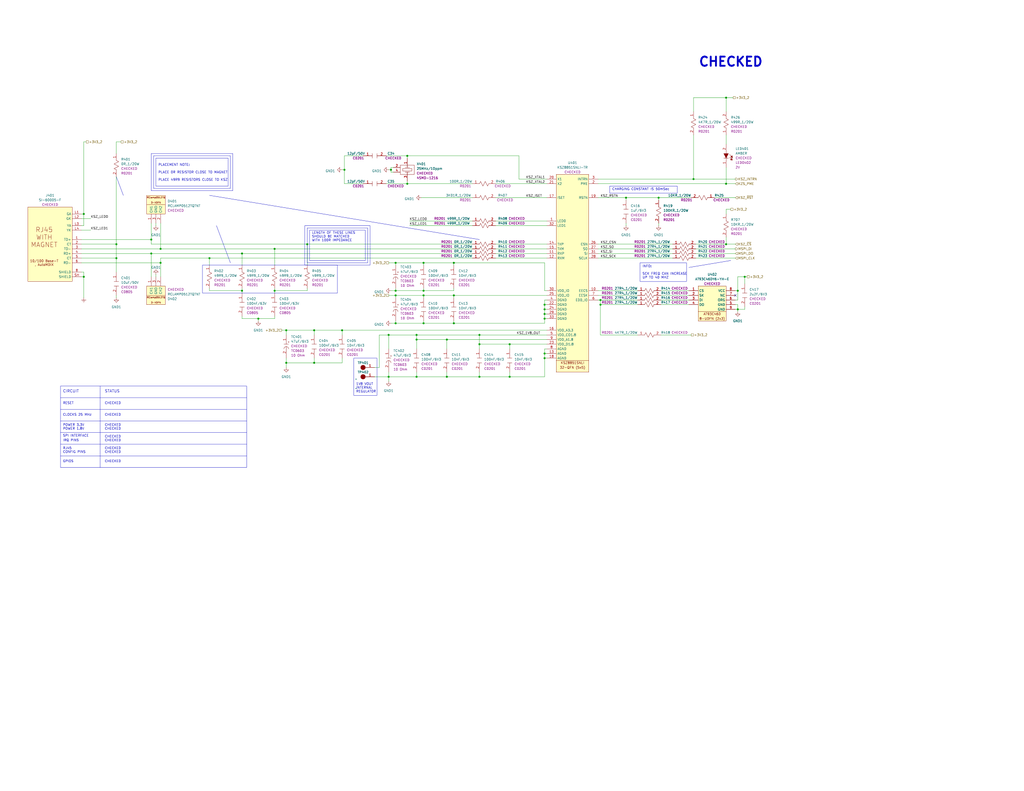
<source format=kicad_sch>
(kicad_sch (version 20230121) (generator eeschema)
  (paper "C")
  (title_block (title "SparkleSplashy") (date "2023-04-25") (rev "01") (company "Siavash Taher Parvar") (comment 1 "Siavash Taher Parvar") (comment 2 "Siavash Taher Parvar") (comment 3 "Siavash Taher Parvar") (comment 4 "_BOM_SpSp_V1.xlsx") (comment 5 "_ASM_SpSp_V1.html") (comment 6 "_GERBER_JLCPCB042023.zip") (comment 8 "No Variant") (comment 9 "N/A"))
  (junction (at 227.33 182.88))
  (junction (at 114.3 140.97))
  (junction (at 140.97 173.99))
  (junction (at 341.63 107.95))
  (junction (at 247.65 143.51))
  (junction (at 149.86 135.89))
  (junction (at 167.64 133.35))
  (junction (at 63.5 133.35))
  (junction (at 227.33 185.42))
  (junction (at 359.41 107.95))
  (junction (at 402.59 158.75))
  (junction (at 63.5 140.97))
  (junction (at 243.84 185.42))
  (junction (at 327.66 163.83))
  (junction (at 215.9 176.53))
  (junction (at 278.13 205.74))
  (junction (at 156.21 180.34))
  (junction (at 261.62 205.74))
  (junction (at 222.25 85.09))
  (junction (at 45.72 151.13))
  (junction (at 406.4 151.13))
  (junction (at 186.69 180.34))
  (junction (at 231.14 176.53))
  (junction (at 378.46 97.79))
  (junction (at 278.13 187.96))
  (junction (at 215.9 158.75))
  (junction (at 231.14 161.29))
  (junction (at 297.18 195.58))
  (junction (at 171.45 198.12))
  (junction (at 132.08 138.43))
  (junction (at 187.96 92.71))
  (junction (at 247.65 176.53))
  (junction (at 156.21 198.12))
  (junction (at 297.18 171.45))
  (junction (at 171.45 180.34))
  (junction (at 297.18 168.91))
  (junction (at 45.72 116.84))
  (junction (at 297.18 173.99))
  (junction (at 297.18 193.04))
  (junction (at 396.24 133.35))
  (junction (at 149.86 158.75))
  (junction (at 212.09 205.74))
  (junction (at 243.84 205.74))
  (junction (at 297.18 166.37))
  (junction (at 261.62 187.96))
  (junction (at 213.36 92.71))
  (junction (at 82.55 138.43))
  (junction (at 215.9 161.29))
  (junction (at 87.63 135.89))
  (junction (at 212.09 182.88))
  (junction (at 215.9 143.51))
  (junction (at 132.08 158.75))
  (junction (at 222.25 100.33))
  (junction (at 231.14 143.51))
  (junction (at 82.55 130.81))
  (junction (at 87.63 143.51))
  (junction (at 261.62 182.88))
  (junction (at 327.66 166.37))
  (junction (at 402.59 168.91))
  (junction (at 396.24 53.34))
  (junction (at 396.24 100.33))
  (junction (at 227.33 205.74))
  (junction (at 231.14 158.75))
  (junction (at 247.65 161.29))
  (no_connect (at 401.32 161.29))
  (wire (pts (xy 401.32 163.83) (xy 402.59 163.83)))
  (wire (pts (xy 132.08 157.48) (xy 132.08 158.75)))
  (wire (pts (xy 171.45 180.34) (xy 156.21 180.34)))
  (wire (pts (xy 49.53 125.73) (xy 44.45 125.73)))
  (polyline (pts (xy 125.73 102.87) (xy 83.82 102.87)))
  (wire (pts (xy 87.63 140.97) (xy 87.63 143.51)))
  (polyline (pts (xy 82.55 83.82) (xy 127 83.82)))
  (wire (pts (xy 247.65 175.26) (xy 247.65 176.53)))
  (wire (pts (xy 401.32 166.37) (xy 402.59 166.37)))
  (wire (pts (xy 297.18 168.91) (xy 298.45 168.91)))
  (wire (pts (xy 87.63 143.51) (xy 87.63 151.13)))
  (wire (pts (xy 297.18 173.99) (xy 297.18 176.53)))
  (wire (pts (xy 375.92 166.37) (xy 360.68 166.37)))
  (wire (pts (xy 229.87 107.95) (xy 257.81 107.95)))
  (wire (pts (xy 215.9 158.75) (xy 215.9 157.48)))
  (wire (pts (xy 213.36 93.98) (xy 214.63 93.98)))
  (wire (pts (xy 379.73 140.97) (xy 401.32 140.97)))
  (wire (pts (xy 401.32 168.91) (xy 402.59 168.91)))
  (polyline (pts (xy 85.09 86.36) (xy 85.09 101.6)))
  (wire (pts (xy 347.98 166.37) (xy 327.66 166.37)))
  (wire (pts (xy 402.59 166.37) (xy 402.59 168.91)))
  (polyline (pts (xy 33.02 223.52) (xy 134.62 223.52)))
  (wire (pts (xy 298.45 187.96) (xy 278.13 187.96)))
  (wire (pts (xy 49.53 119.38) (xy 44.45 119.38)))
  (wire (pts (xy 207.01 200.66) (xy 207.01 182.88)))
  (wire (pts (xy 401.32 138.43) (xy 379.73 138.43)))
  (wire (pts (xy 227.33 203.2) (xy 227.33 205.74)))
  (wire (pts (xy 214.63 91.44) (xy 213.36 91.44)))
  (wire (pts (xy 247.65 143.51) (xy 247.65 144.78)))
  (wire (pts (xy 198.12 100.33) (xy 187.96 100.33)))
  (polyline (pts (xy 125.73 85.09) (xy 125.73 102.87)))
  (wire (pts (xy 212.09 161.29) (xy 215.9 161.29)))
  (wire (pts (xy 261.62 203.2) (xy 261.62 205.74)))
  (wire (pts (xy 396.24 129.54) (xy 396.24 133.35)))
  (wire (pts (xy 212.09 205.74) (xy 212.09 203.2)))
  (wire (pts (xy 187.96 92.71) (xy 187.96 85.09)))
  (wire (pts (xy 215.9 158.75) (xy 231.14 158.75)))
  (wire (pts (xy 82.55 121.92) (xy 82.55 130.81)))
  (wire (pts (xy 278.13 187.96) (xy 261.62 187.96)))
  (wire (pts (xy 401.32 135.89) (xy 379.73 135.89)))
  (wire (pts (xy 231.14 161.29) (xy 215.9 161.29)))
  (wire (pts (xy 297.18 168.91) (xy 297.18 171.45)))
  (polyline (pts (xy 33.02 217.17) (xy 134.62 217.17)))
  (wire (pts (xy 227.33 182.88) (xy 261.62 182.88)))
  (polyline (pts (xy 63.5 96.52) (xy 67.31 106.68)))
  (wire (pts (xy 153.67 180.34) (xy 156.21 180.34)))
  (wire (pts (xy 396.24 114.3) (xy 396.24 116.84)))
  (wire (pts (xy 45.72 77.47) (xy 45.72 116.84)))
  (polyline (pts (xy 375.92 146.05) (xy 398.78 142.24)))
  (wire (pts (xy 231.14 175.26) (xy 231.14 176.53)))
  (wire (pts (xy 402.59 151.13) (xy 402.59 158.75)))
  (wire (pts (xy 402.59 158.75) (xy 401.32 158.75)))
  (wire (pts (xy 167.64 157.48) (xy 167.64 158.75)))
  (polyline (pts (xy 33.02 236.22) (xy 134.62 236.22)))
  (wire (pts (xy 207.01 182.88) (xy 212.09 182.88)))
  (wire (pts (xy 406.4 154.94) (xy 406.4 151.13)))
  (wire (pts (xy 297.18 173.99) (xy 298.45 173.99)))
  (wire (pts (xy 243.84 203.2) (xy 243.84 205.74)))
  (wire (pts (xy 156.21 198.12) (xy 171.45 198.12)))
  (wire (pts (xy 347.98 161.29) (xy 326.39 161.29)))
  (wire (pts (xy 297.18 171.45) (xy 298.45 171.45)))
  (wire (pts (xy 213.36 91.44) (xy 213.36 92.71)))
  (wire (pts (xy 261.62 187.96) (xy 261.62 190.5)))
  (wire (pts (xy 149.86 172.72) (xy 149.86 173.99)))
  (wire (pts (xy 87.63 135.89) (xy 149.86 135.89)))
  (wire (pts (xy 375.92 158.75) (xy 360.68 158.75)))
  (wire (pts (xy 82.55 133.35) (xy 82.55 130.81)))
  (wire (pts (xy 132.08 158.75) (xy 132.08 160.02)))
  (wire (pts (xy 359.41 107.95) (xy 359.41 109.22)))
  (wire (pts (xy 278.13 187.96) (xy 278.13 190.5)))
  (wire (pts (xy 400.05 53.34) (xy 396.24 53.34)))
  (wire (pts (xy 270.51 138.43) (xy 298.45 138.43)))
  (wire (pts (xy 227.33 205.74) (xy 243.84 205.74)))
  (wire (pts (xy 171.45 180.34) (xy 171.45 182.88)))
  (wire (pts (xy 171.45 198.12) (xy 171.45 195.58)))
  (wire (pts (xy 44.45 148.59) (xy 45.72 148.59)))
  (wire (pts (xy 132.08 173.99) (xy 132.08 172.72)))
  (wire (pts (xy 270.51 135.89) (xy 298.45 135.89)))
  (wire (pts (xy 375.92 163.83) (xy 360.68 163.83)))
  (wire (pts (xy 231.14 161.29) (xy 231.14 162.56)))
  (wire (pts (xy 82.55 133.35) (xy 167.64 133.35)))
  (wire (pts (xy 347.98 158.75) (xy 326.39 158.75)))
  (wire (pts (xy 278.13 205.74) (xy 297.18 205.74)))
  (wire (pts (xy 186.69 195.58) (xy 186.69 198.12)))
  (wire (pts (xy 114.3 140.97) (xy 257.81 140.97)))
  (wire (pts (xy 375.92 161.29) (xy 360.68 161.29)))
  (wire (pts (xy 247.65 158.75) (xy 231.14 158.75)))
  (wire (pts (xy 283.21 85.09) (xy 283.21 97.79)))
  (wire (pts (xy 298.45 190.5) (xy 297.18 190.5)))
  (wire (pts (xy 45.72 123.19) (xy 45.72 116.84)))
  (wire (pts (xy 44.45 138.43) (xy 82.55 138.43)))
  (wire (pts (xy 297.18 193.04) (xy 298.45 193.04)))
  (wire (pts (xy 298.45 163.83) (xy 297.18 163.83)))
  (wire (pts (xy 326.39 100.33) (xy 396.24 100.33)))
  (wire (pts (xy 341.63 121.92) (xy 341.63 123.19)))
  (wire (pts (xy 243.84 185.42) (xy 298.45 185.42)))
  (polyline (pts (xy 33.02 229.87) (xy 134.62 229.87)))
  (polyline (pts (xy 124.46 86.36) (xy 124.46 101.6)))
  (wire (pts (xy 247.65 176.53) (xy 231.14 176.53)))
  (wire (pts (xy 326.39 97.79) (xy 378.46 97.79)))
  (wire (pts (xy 401.32 97.79) (xy 378.46 97.79)))
  (wire (pts (xy 149.86 157.48) (xy 149.86 158.75)))
  (polyline (pts (xy 127 83.82) (xy 127 104.14)))
  (wire (pts (xy 45.72 148.59) (xy 45.72 151.13)))
  (wire (pts (xy 212.09 182.88) (xy 227.33 182.88)))
  (wire (pts (xy 297.18 195.58) (xy 297.18 205.74)))
  (wire (pts (xy 227.33 185.42) (xy 243.84 185.42)))
  (wire (pts (xy 243.84 205.74) (xy 261.62 205.74)))
  (polyline (pts (xy 85.09 86.36) (xy 124.46 86.36)))
  (wire (pts (xy 297.18 171.45) (xy 297.18 173.99)))
  (wire (pts (xy 167.64 133.35) (xy 257.81 133.35)))
  (wire (pts (xy 389.89 107.95) (xy 401.32 107.95)))
  (wire (pts (xy 231.14 157.48) (xy 231.14 158.75)))
  (wire (pts (xy 297.18 158.75) (xy 297.18 143.51)))
  (wire (pts (xy 114.3 158.75) (xy 132.08 158.75)))
  (wire (pts (xy 283.21 97.79) (xy 298.45 97.79)))
  (wire (pts (xy 406.4 167.64) (xy 406.4 168.91)))
  (wire (pts (xy 379.73 133.35) (xy 396.24 133.35)))
  (wire (pts (xy 270.51 100.33) (xy 298.45 100.33)))
  (wire (pts (xy 114.3 158.75) (xy 114.3 157.48)))
  (wire (pts (xy 186.69 180.34) (xy 186.69 182.88)))
  (wire (pts (xy 407.67 151.13) (xy 406.4 151.13)))
  (wire (pts (xy 149.86 158.75) (xy 149.86 160.02)))
  (wire (pts (xy 186.69 198.12) (xy 171.45 198.12)))
  (wire (pts (xy 298.45 158.75) (xy 297.18 158.75)))
  (wire (pts (xy 63.5 133.35) (xy 63.5 140.97)))
  (wire (pts (xy 156.21 180.34) (xy 156.21 182.88)))
  (wire (pts (xy 85.09 149.86) (xy 85.09 151.13)))
  (wire (pts (xy 212.09 205.74) (xy 227.33 205.74)))
  (wire (pts (xy 243.84 185.42) (xy 243.84 190.5)))
  (polyline (pts (xy 83.82 85.09) (xy 125.73 85.09)))
  (wire (pts (xy 327.66 166.37) (xy 327.66 163.83)))
  (wire (pts (xy 132.08 138.43) (xy 257.81 138.43)))
  (wire (pts (xy 231.14 143.51) (xy 231.14 144.78)))
  (wire (pts (xy 341.63 107.95) (xy 341.63 109.22)))
  (wire (pts (xy 222.25 100.33) (xy 222.25 99.06)))
  (wire (pts (xy 359.41 107.95) (xy 377.19 107.95)))
  (wire (pts (xy 270.51 133.35) (xy 298.45 133.35)))
  (wire (pts (xy 186.69 180.34) (xy 298.45 180.34)))
  (wire (pts (xy 327.66 182.88) (xy 327.66 166.37)))
  (polyline (pts (xy 33.02 248.92) (xy 134.62 248.92)))
  (wire (pts (xy 63.5 162.56) (xy 63.5 161.29)))
  (wire (pts (xy 297.18 176.53) (xy 247.65 176.53)))
  (wire (pts (xy 270.51 123.19) (xy 298.45 123.19)))
  (wire (pts (xy 297.18 195.58) (xy 298.45 195.58)))
  (wire (pts (xy 223.52 123.19) (xy 257.81 123.19)))
  (wire (pts (xy 402.59 168.91) (xy 406.4 168.91)))
  (wire (pts (xy 297.18 166.37) (xy 298.45 166.37)))
  (wire (pts (xy 114.3 140.97) (xy 114.3 144.78)))
  (wire (pts (xy 156.21 198.12) (xy 156.21 195.58)))
  (wire (pts (xy 297.18 190.5) (xy 297.18 193.04)))
  (wire (pts (xy 44.45 143.51) (xy 87.63 143.51)))
  (wire (pts (xy 297.18 143.51) (xy 247.65 143.51)))
  (wire (pts (xy 223.52 120.65) (xy 257.81 120.65)))
  (wire (pts (xy 149.86 135.89) (xy 257.81 135.89)))
  (wire (pts (xy 261.62 182.88) (xy 261.62 187.96)))
  (wire (pts (xy 213.36 176.53) (xy 215.9 176.53)))
  (wire (pts (xy 270.51 107.95) (xy 298.45 107.95)))
  (wire (pts (xy 378.46 53.34) (xy 396.24 53.34)))
  (polyline (pts (xy 83.82 85.09) (xy 83.82 102.87)))
  (polyline (pts (xy 118.11 123.19) (xy 125.73 143.51)))
  (polyline (pts (xy 124.46 101.6) (xy 85.09 101.6)))
  (wire (pts (xy 247.65 161.29) (xy 298.45 161.29)))
  (wire (pts (xy 396.24 91.44) (xy 396.24 100.33)))
  (wire (pts (xy 257.81 100.33) (xy 222.25 100.33)))
  (wire (pts (xy 261.62 182.88) (xy 298.45 182.88)))
  (wire (pts (xy 227.33 182.88) (xy 227.33 185.42)))
  (wire (pts (xy 341.63 107.95) (xy 359.41 107.95)))
  (wire (pts (xy 82.55 138.43) (xy 132.08 138.43)))
  (polyline (pts (xy 127 104.14) (xy 82.55 104.14)))
  (wire (pts (xy 215.9 175.26) (xy 215.9 176.53)))
  (wire (pts (xy 398.78 114.3) (xy 396.24 114.3)))
  (wire (pts (xy 63.5 83.82) (xy 63.5 77.47)))
  (wire (pts (xy 247.65 143.51) (xy 231.14 143.51)))
  (wire (pts (xy 44.45 133.35) (xy 63.5 133.35)))
  (wire (pts (xy 215.9 143.51) (xy 215.9 144.78)))
  (wire (pts (xy 396.24 73.66) (xy 396.24 78.74)))
  (wire (pts (xy 347.98 182.88) (xy 327.66 182.88)))
  (wire (pts (xy 63.5 140.97) (xy 63.5 148.59)))
  (wire (pts (xy 402.59 163.83) (xy 402.59 158.75)))
  (wire (pts (xy 297.18 163.83) (xy 297.18 166.37)))
  (wire (pts (xy 149.86 158.75) (xy 167.64 158.75)))
  (wire (pts (xy 396.24 133.35) (xy 401.32 133.35)))
  (wire (pts (xy 140.97 173.99) (xy 132.08 173.99)))
  (wire (pts (xy 207.01 200.66) (xy 204.47 200.66)))
  (wire (pts (xy 401.32 100.33) (xy 396.24 100.33)))
  (wire (pts (xy 44.45 151.13) (xy 45.72 151.13)))
  (wire (pts (xy 347.98 163.83) (xy 327.66 163.83)))
  (wire (pts (xy 63.5 96.52) (xy 63.5 133.35)))
  (wire (pts (xy 215.9 161.29) (xy 215.9 162.56)))
  (wire (pts (xy 261.62 205.74) (xy 278.13 205.74)))
  (wire (pts (xy 378.46 53.34) (xy 378.46 60.96)))
  (wire (pts (xy 359.41 123.19) (xy 359.41 121.92)))
  (wire (pts (xy 326.39 107.95) (xy 341.63 107.95)))
  (wire (pts (xy 213.36 92.71) (xy 213.36 93.98)))
  (wire (pts (xy 270.51 140.97) (xy 298.45 140.97)))
  (wire (pts (xy 45.72 77.47) (xy 46.99 77.47)))
  (wire (pts (xy 45.72 116.84) (xy 44.45 116.84)))
  (wire (pts (xy 247.65 157.48) (xy 247.65 158.75)))
  (wire (pts (xy 44.45 130.81) (xy 82.55 130.81)))
  (wire (pts (xy 378.46 73.66) (xy 378.46 97.79)))
  (wire (pts (xy 149.86 135.89) (xy 149.86 144.78)))
  (polyline (pts (xy 82.55 83.82) (xy 82.55 104.14)))
  (wire (pts (xy 45.72 151.13) (xy 45.72 162.56)))
  (wire (pts (xy 227.33 185.42) (xy 227.33 190.5)))
  (wire (pts (xy 204.47 205.74) (xy 212.09 205.74)))
  (wire (pts (xy 210.82 85.09) (xy 222.25 85.09)))
  (wire (pts (xy 278.13 203.2) (xy 278.13 205.74)))
  (wire (pts (xy 212.09 143.51) (xy 215.9 143.51)))
  (wire (pts (xy 222.25 85.09) (xy 222.25 86.36)))
  (wire (pts (xy 231.14 161.29) (xy 247.65 161.29)))
  (wire (pts (xy 63.5 140.97) (xy 44.45 140.97)))
  (wire (pts (xy 187.96 85.09) (xy 198.12 85.09)))
  (wire (pts (xy 140.97 173.99) (xy 149.86 173.99)))
  (wire (pts (xy 396.24 53.34) (xy 396.24 60.96)))
  (wire (pts (xy 327.66 163.83) (xy 326.39 163.83)))
  (wire (pts (xy 212.09 205.74) (xy 212.09 208.28)))
  (wire (pts (xy 297.18 166.37) (xy 297.18 168.91)))
  (wire (pts (xy 326.39 135.89) (xy 367.03 135.89)))
  (polyline (pts (xy 54.61 210.82) (xy 54.61 255.27)))
  (wire (pts (xy 171.45 180.34) (xy 186.69 180.34)))
  (polyline (pts (xy 33.02 242.57) (xy 134.62 242.57)))
  (wire (pts (xy 140.97 173.99) (xy 140.97 175.26)))
  (wire (pts (xy 212.09 92.71) (xy 213.36 92.71)))
  (wire (pts (xy 167.64 133.35) (xy 167.64 144.78)))
  (wire (pts (xy 63.5 77.47) (xy 66.04 77.47)))
  (wire (pts (xy 212.09 182.88) (xy 212.09 190.5)))
  (wire (pts (xy 215.9 176.53) (xy 231.14 176.53)))
  (wire (pts (xy 377.19 182.88) (xy 360.68 182.88)))
  (wire (pts (xy 44.45 135.89) (xy 87.63 135.89)))
  (wire (pts (xy 402.59 151.13) (xy 406.4 151.13)))
  (wire (pts (xy 156.21 198.12) (xy 156.21 200.66)))
  (wire (pts (xy 44.45 123.19) (xy 45.72 123.19)))
  (polyline (pts (xy 114.3 106.68) (xy 261.62 130.81)))
  (wire (pts (xy 402.59 168.91) (xy 402.59 170.18)))
  (wire (pts (xy 132.08 138.43) (xy 132.08 144.78)))
  (wire (pts (xy 297.18 193.04) (xy 297.18 195.58)))
  (wire (pts (xy 298.45 120.65) (xy 270.51 120.65)))
  (wire (pts (xy 326.39 133.35) (xy 367.03 133.35)))
  (wire (pts (xy 222.25 85.09) (xy 283.21 85.09)))
  (wire (pts (xy 326.39 138.43) (xy 367.03 138.43)))
  (wire (pts (xy 82.55 151.13) (xy 82.55 138.43)))
  (wire (pts (xy 213.36 158.75) (xy 215.9 158.75)))
  (wire (pts (xy 87.63 140.97) (xy 114.3 140.97)))
  (wire (pts (xy 87.63 121.92) (xy 87.63 135.89)))
  (wire (pts (xy 210.82 100.33) (xy 222.25 100.33)))
  (wire (pts (xy 247.65 161.29) (xy 247.65 162.56)))
  (wire (pts (xy 186.69 92.71) (xy 187.96 92.71)))
  (wire (pts (xy 85.09 123.19) (xy 85.09 121.92)))
  (wire (pts (xy 326.39 140.97) (xy 367.03 140.97)))
  (wire (pts (xy 187.96 100.33) (xy 187.96 92.71)))
  (wire (pts (xy 231.14 143.51) (xy 215.9 143.51)))
  (rectangle (start 33.02 210.82) (end 134.62 255.27))
  (rectangle (start 110.49 144.78) (end 184.15 160.02))
  (rectangle (start 168.91 125.73) (end 199.39 142.24))
  (rectangle (start 193.04 195.58) (end 205.74 215.9))
  (rectangle (start 332.74 101.6) (end 369.57 105.41))
  (rectangle (start 166.37 123.19) (end 201.93 144.78))
  (rectangle (start 349.25 143.51) (end 374.65 153.67))
  (rectangle (start 167.64 124.46) (end 200.66 143.51))
  (text "LENGTH OF THESE LINES\nSHOULD BE MATCHED\nWITH 100R IMPEDANCE" (at 170.18 132.08 0) (effects (font (size 1.27 1.27)) (justify left bottom)))
  (text "IRQ PINS" (at 34.29 241.3 0) (effects (font (size 1.27 1.27)) (justify left bottom)))
  (text "CHARGING CONSTANT IS 50mSec" (at 334.01 104.14 0) (effects (font (size 1.27 1.27)) (justify left bottom)))
  (text "CHECKED\nCHECKED" (at 57.15 247.65 0) (effects (font (size 1.27 1.27)) (justify left bottom)))
  (text "CHECKED" (at 57.15 252.73 0) (effects (font (size 1.27 1.27)) (justify left bottom)))
  (text "INFO:\n\nSCK FREQ CAN INCREASE\nUP TO 40 MHZ" (at 350.52 152.4 0) (effects (font (size 1.27 1.27)) (justify left bottom)))
  (text "PLACEMENT NOTE:\n\nPLACE 0R RESISTOR CLOSE TO MAGNET\n\nPLACE 49R9 RESISTORS CLOSE TO KSZ" (at 86.36 99.06 0) (effects (font (size 1.27 1.27)) (justify left bottom)))
  (text "CHECKED" (at 381 36.83 0) (effects (font (size 5 5) bold) (justify left bottom)))
  (text "CHECKED" (at 57.15 227.33 0) (effects (font (size 1.27 1.27)) (justify left bottom)))
  (text "CHECKED\nCHECKED" (at 57.15 241.3 0) (effects (font (size 1.27 1.27)) (justify left bottom)))
  (text "CHECKED\nCHECKED" (at 57.15 234.95 0) (effects (font (size 1.27 1.27)) (justify left bottom)))
  (text "POWER 3.3V\nPOWER 1.8V" (at 34.29 234.95 0) (effects (font (size 1.27 1.27)) (justify left bottom)))
  (text "SPI INTERFACE" (at 34.29 238.76 0) (effects (font (size 1.27 1.27)) (justify left bottom)))
  (text "CHECKED" (at 57.15 220.98 0) (effects (font (size 1.27 1.27)) (justify left bottom)))
  (text "STATUS" (at 57.15 214.63 0) (effects (font (size 1.5 1.5)) (justify left bottom)))
  (text "CLOCKS 25 MHz" (at 34.29 227.33 0) (effects (font (size 1.27 1.27)) (justify left bottom)))
  (text "RESET" (at 34.29 220.98 0) (effects (font (size 1.27 1.27)) (justify left bottom)))
  (text "GPIOS" (at 34.29 252.73 0) (effects (font (size 1.27 1.27)) (justify left bottom)))
  (text "1V8 VOUT\nINTERNAL\nREGULATOR" (at 194.31 214.63 0) (effects (font (size 1.27 1.27)) (justify left bottom)))
  (text "RJ45 \nCONFIG PINS" (at 34.29 247.65 0) (effects (font (size 1.27 1.27)) (justify left bottom)))
  (text "CIRCUIT" (at 34.29 214.63 0) (effects (font (size 1.5 1.5)) (justify left bottom)))
  (label "KSZ_LED1" (at 49.53 125.73 0))
  (label "KSZ_RSTN" (at 327.66 107.95 0))
  (label "KSZ_XTAL2" (at 287.02 100.33 0))
  (label "KSZ_XTAL1" (at 287.02 97.79 0))
  (label "KSZ_SO" (at 327.66 135.89 0))
  (label "KSZ_CSN" (at 327.66 133.35 0))
  (label "KSZ_LED0" (at 49.53 119.38 0))
  (label "KSZ_SI" (at 327.66 138.43 0))
  (label "KSZ_LED1" (at 223.52 123.19 0))
  (label "KSZ_SCK" (at 327.66 140.97 0))
  (label "KSZ_1V8_OUT" (at 281.94 182.88 0))
  (label "KSZ_LED0" (at 223.52 120.65 0))
  (label "KSZ_ISET" (at 287.02 107.95 0))
  (hierarchical_label "MSPI_DO" (shape input) (at 401.32 138.43 0))
  (hierarchical_label "+3V3_2" (shape passive) (at 46.99 77.47 0))
  (hierarchical_label "KSZ_INTRN" (shape output) (at 401.32 97.79 0))
  (hierarchical_label "KSZ_~{CS}" (shape input) (at 401.32 133.35 0))
  (hierarchical_label "KZS_PME" (shape input) (at 401.32 100.33 0))
  (hierarchical_label "+3V3_2" (shape passive) (at 407.67 151.13 0))
  (hierarchical_label "KSZ_~{RST}" (shape input) (at 401.32 107.95 0))
  (hierarchical_label "+3V3_2" (shape passive) (at 398.78 114.3 0))
  (hierarchical_label "+3V3_2" (shape passive) (at 400.05 53.34 0))
  (hierarchical_label "+3V3_2" (shape passive) (at 66.04 77.47 0))
  (hierarchical_label "MSPI_DI" (shape output) (at 401.32 135.89 0))
  (hierarchical_label "+3V3_2" (shape passive) (at 377.19 182.88 0))
  (hierarchical_label "+3V3_2" (shape passive) (at 212.09 161.29 180))
  (hierarchical_label "+3V3_2" (shape passive) (at 212.09 143.51 180))
  (hierarchical_label "+3V3_2" (shape passive) (at 153.67 180.34 180))
  (hierarchical_label "MSPI_CLK" (shape input) (at 401.32 140.97 0))
  (symbol (lib_id "_SCHLIB_SparkleSplashy:FLASH_AT93C46DY6-YH-E") (at 381 156.21 0) (unit 1)
    (property "Reference" "U402" (at 388.62 149.86 0))
    (property "Value" "AT93C46DY6-YH-E" (at 388.62 152.4 0))
    (property "Footprint" "Package_DFN_QFN:DFN-8-1EP_3x2mm_P0.5mm_EP1.3x1.5mm" (effects hide))
    (property "Datasheet" "https://ww1.microchip.com/downloads/aemDocuments/documents/MPD/ProductDocuments/DataSheets/20006224B.pdf" (effects hide))
    (property "Description" "EEPROM Memory IC 1Kbit 3-Wire Serial 2 MHz 8-UDFN (2x3)" (effects hide))
    (property "Part Number" "AT93C46DY6-YH-E" (effects hide))
    (property "Link" "https://www.digikey.ca/en/products/detail/microchip-technology/AT93C46DY6-YH-E/8575735" (effects hide))
    (property "SCH CHECK" "CHECKED" (at 388.62 154.94 0))
  )
  (symbol (lib_id "_SCHLIB_SparkleSplashy:RES_10KR_1/20W") (at 396.24 116.84 270) (unit 1)
    (property "Reference" "R707" (at 398.78 120.015 90) (effects (justify left)))
    (property "Value" "10KR_1/20W" (at 398.78 122.555 90) (effects (justify left)))
    (property "Footprint" "Resistor_SMD:R_0201_0603Metric" (effects hide))
    (property "Datasheet" "https://www.seielect.com/Catalog/SEI-RMCF_RMCP.pdf" (effects hide))
    (property "Description" "10 kOhms ±1% 0.05W, 1/20W Chip Resistor 0201 (0603 Metric) Thick Film" (effects hide))
    (property "Part Number" "RMCF0201FT10K0" (effects hide))
    (property "Link" "https://www.digikey.ca/en/products/detail/stackpole-electronics-inc/RMCF0201FT10K0/1714990" (effects hide))
    (property "SCH CHECK" "CHECKED" (at 398.78 125.095 90) (effects (justify left)))
    (property "Package" "R0201" (at 398.78 127.635 90) (effects (justify left)))
    (instances (project "_HW_SparkleSplashy" (path "" (reference "R707") (unit 1)) (path "" (reference "R427") (unit 1))))
  )
  (symbol (lib_id "power:GND1") (at 402.59 170.18 0) (unit 1)
    (property "Reference" "#PWR0414" (effects hide))
    (property "Value" "GND1" (at 402.59 175.26 0))
  )
  (symbol (lib_id "_SCHLIB_SparkleSplashy:CAP_10nF/6V3") (at 247.65 162.56 270) (unit 1)
    (property "Reference" "C413" (at 250.19 165.735 90) (effects (justify left)))
    (property "Value" "10nF/6V3" (at 250.19 168.275 90) (effects (justify left)))
    (property "Footprint" "Capacitor_SMD:C_0201_0603Metric" (effects hide))
    (property "Datasheet" "http://www.passivecomponent.com/wp-content/uploads/datasheet/WTC_MLCC_General_Purpose.pdf" (effects hide))
    (property "Description" "10000 pF ±10% 6.3V Ceramic Capacitor X7R 0201 (0603 Metric)" (effects hide))
    (property "Part Number" "0201B103K6R3CT" (effects hide))
    (property "Link" "https://www.digikey.ca/en/products/detail/walsin-technology-corporation/0201B103K6R3CT/9354618" (effects hide))
    (property "SCH CHECK" "CHECKED" (at 250.19 170.815 90) (effects (justify left)))
    (property "Package" "C0201" (at 250.19 173.355 90) (effects (justify left)))
  )
  (symbol (lib_id "_SCHLIB_SparkleSplashy:RES_27R4_1/20W") (at 367.03 138.43 0) (unit 1)
    (property "Reference" "R422" (at 383.54 137.16 0))
    (property "Value" "27R4_1/20W" (at 359.41 137.16 0))
    (property "Footprint" "Resistor_SMD:R_0201_0603Metric" (effects hide))
    (property "Datasheet" "https://www.yageo.com/upload/media/product/productsearch/datasheet/rchip/PYu-RC_Group_51_RoHS_L_12.pdf" (effects hide))
    (property "Description" "27.4 Ohms ±1% 0.05W, 1/20W Chip Resistor 0201 (0603 Metric) Moisture Resistant Thick Film" (effects hide))
    (property "Part Number" "RC0201FR-0727R4L" (effects hide))
    (property "Link" "https://www.digikey.ca/en/products/detail/yageo/RC0201FR-0727R4L/5280413" (effects hide))
    (property "SCH CHECK" "CHECKED" (at 391.16 137.16 0))
    (property "Package" "R0201" (at 349.25 137.16 0))
  )
  (symbol (lib_id "_SCHLIB_SparkleSplashy:TCAP_47uF/6V3") (at 212.09 190.5 270) (unit 1)
    (property "Reference" "TC402" (at 214.63 191.5199 90) (effects (justify left)))
    (property "Value" "47uF/6V3" (at 214.63 194.0599 90) (effects (justify left)))
    (property "Footprint" "Capacitor_Tantalum_SMD:CP_EIA-1608-08_AVX-J" (effects hide))
    (property "Datasheet" "https://datasheets.kyocera-avx.com/F98.pdf" (effects hide))
    (property "Description" "47 µF Molded Tantalum Capacitors 6.3 V 0603 (1608 Metric) 10Ohm" (effects hide))
    (property "Part Number" "F980J476MMA" (effects hide))
    (property "Link" "https://www.digikey.ca/en/products/detail/kyocera-avx/F980J476MMA/4005209" (effects hide))
    (property "SCH CHECK" "CHECKED" (at 214.63 196.5999 90) (effects (justify left)))
    (property "Package" "TC0603" (at 214.63 199.1399 90) (effects (justify left)))
    (property "ESR" "10 Ohm" (at 214.63 201.6799 90) (effects (justify left)))
  )
  (symbol (lib_id "_SCHLIB_SparkleSplashy:RES_27R4_1/20W") (at 347.98 166.37 0) (unit 1)
    (property "Reference" "R417" (at 363.22 165.1 0))
    (property "Value" "27R4_1/20W" (at 341.63 165.1 0))
    (property "Footprint" "Resistor_SMD:R_0201_0603Metric" (effects hide))
    (property "Datasheet" "https://www.yageo.com/upload/media/product/productsearch/datasheet/rchip/PYu-RC_Group_51_RoHS_L_12.pdf" (effects hide))
    (property "Description" "27.4 Ohms ±1% 0.05W, 1/20W Chip Resistor 0201 (0603 Metric) Moisture Resistant Thick Film" (effects hide))
    (property "Part Number" "RC0201FR-0727R4L" (effects hide))
    (property "Link" "https://www.digikey.ca/en/products/detail/yageo/RC0201FR-0727R4L/5280413" (effects hide))
    (property "SCH CHECK" "CHECKED" (at 370.84 165.1 0))
    (property "Package" "R0201" (at 331.47 165.1 0))
  )
  (symbol (lib_id "_SCHLIB_SparkleSplashy:CAP_100nF/63V") (at 149.86 160.02 270) (unit 1)
    (property "Reference" "C403" (at 152.4 163.195 90) (effects (justify left)))
    (property "Value" "100nF/63V" (at 152.4 165.735 90) (effects (justify left)))
    (property "Footprint" "Capacitor_SMD:C_0805_2012Metric" (effects hide))
    (property "Datasheet" "https://connect.kemet.com:7667/gateway/IntelliData-ComponentDocumentation/1.0/download/datasheet/C0805C104MMREC7210" (effects hide))
    (property "Description" "0.1 µF ±20% 63V Ceramic Capacitor X7R 0805 (2012 Metric)" (effects hide))
    (property "Part Number" "C0805C104MMREC7210" (effects hide))
    (property "Link" "https://www.digikey.ca/en/products/detail/kemet/C0805C104MMREC7210/8645408" (effects hide))
    (property "SCH CHECK" "CHECKED" (at 152.4 168.275 90) (effects (justify left)))
    (property "Package" "C0805" (at 152.4 170.815 90) (effects (justify left)))
  )
  (symbol (lib_id "power:GND1") (at 186.69 92.71 270) (unit 1)
    (property "Reference" "#PWR0406" (effects hide))
    (property "Value" "GND1" (at 182.88 93.345 90) (effects (justify right)))
  )
  (symbol (lib_id "_SCHLIB_SparkleSplashy:RES_10KR_1/20W") (at 389.89 107.95 180) (unit 1)
    (property "Reference" "R425" (at 392.43 106.68 0))
    (property "Value" "10KR_1/20W" (at 370.84 106.68 0))
    (property "Footprint" "Resistor_SMD:R_0201_0603Metric" (effects hide))
    (property "Datasheet" "https://www.seielect.com/Catalog/SEI-RMCF_RMCP.pdf" (effects hide))
    (property "Description" "10 kOhms ±1% 0.05W, 1/20W Chip Resistor 0201 (0603 Metric) Thick Film" (effects hide))
    (property "Part Number" "RMCF0201FT10K0" (effects hide))
    (property "Link" "https://www.digikey.ca/en/products/detail/stackpole-electronics-inc/RMCF0201FT10K0/1714990" (effects hide))
    (property "SCH CHECK" "CHECKED" (at 393.7 109.22 0))
    (property "Package" "R0201" (at 374.65 109.22 0))
  )
  (symbol (lib_id "_SCHLIB_SparkleSplashy:CAP_100nF/6V3") (at 231.14 144.78 270) (unit 1)
    (property "Reference" "C409" (at 233.68 147.955 90) (effects (justify left)))
    (property "Value" "100nF/6V3" (at 233.68 150.495 90) (effects (justify left)))
    (property "Footprint" "Capacitor_SMD:C_0201_0603Metric" (effects hide))
    (property "Datasheet" "https://www.yageo.com/upload/media/product/productsearch/datasheet/mlcc/UPY-GPHC_X7R_6.3V-to-250V_22.pdf" (effects hide))
    (property "Description" "0.1 µF ±10% 6.3V Ceramic Capacitor X7R 0201 (0603 Metric)" (effects hide))
    (property "Part Number" "CC0201KRX7R5BB104" (effects hide))
    (property "Link" "https://www.digikey.ca/en/products/detail/yageo/CC0201KRX7R5BB104/12698853" (effects hide))
    (property "SCH CHECK" "CHECKED" (at 233.68 153.035 90) (effects (justify left)))
    (property "Package" "C0201" (at 233.68 155.575 90) (effects (justify left)))
  )
  (symbol (lib_id "_SCHLIB_SparkleSplashy:IC_KSZ8851SNLI-TR") (at 303.53 95.25 0) (unit 1)
    (property "Reference" "U401" (at 312.42 88.9 0))
    (property "Value" "KSZ8851SNLI-TR" (at 312.42 91.44 0))
    (property "Footprint" "Package_DFN_QFN:QFN-32-1EP_5x5mm_P0.5mm_EP3.1x3.1mm_ThermalVias" (effects hide))
    (property "Datasheet" "https://ww1.microchip.com/downloads/en/DeviceDoc/KSZ8851SNL-Single-Port-Ethernet-Controller-with-SPI-DS00002381C.pdf" (effects hide))
    (property "Description" "Ethernet Controller 10/100 Base-T/TX PHY SPI Interface 32-QFN (5x5)" (effects hide))
    (property "Part Number" "KSZ8851SNLI-TR" (effects hide))
    (property "Link" "https://www.digikey.ca/en/products/detail/microchip-technology/KSZ8851SNLI-TR/2080489" (effects hide))
    (property "SCH CHECK" "CHECKED" (at 312.42 93.98 0))
  )
  (symbol (lib_id "power:GND1") (at 212.09 92.71 270) (unit 1)
    (property "Reference" "#PWR0407" (effects hide))
    (property "Value" "GND1" (at 208.28 93.345 90) (effects (justify right)))
  )
  (symbol (lib_id "_SCHLIB_SparkleSplashy:RES_49R9_1/20W") (at 132.08 144.78 270) (unit 1)
    (property "Reference" "R403" (at 134.62 147.955 90) (effects (justify left)))
    (property "Value" "49R9_1/20W" (at 134.62 150.495 90) (effects (justify left)))
    (property "Footprint" "Resistor_SMD:R_0201_0603Metric" (effects hide))
    (property "Datasheet" "https://www.seielect.com/Catalog/SEI-RMCF_RMCP.pdf" (effects hide))
    (property "Description" "49.9 Ohms ±1% 0.05W, 1/20W Chip Resistor 0201 (0603 Metric) Thick Film" (effects hide))
    (property "Part Number" "RMCF0201FT49R9" (effects hide))
    (property "Link" "https://www.digikey.ca/en/products/detail/stackpole-electronics-inc/RMCF0201FT49R9/1715030" (effects hide))
    (property "SCH CHECK" "CHECKED" (at 134.62 153.035 90) (effects (justify left)))
    (property "Package" "R0201" (at 134.62 155.575 90) (effects (justify left)))
  )
  (symbol (lib_id "_SCHLIB_SparkleSplashy:CONN_CTP_40MIL") (at 204.47 205.74 180) (unit 1) (in_bom no)
    (property "Reference" "TP402" (at 198.12 203.2 0))
    (property "Value" "~" (at 194.31 212.09 0))
    (property "Footprint" "TestPoint:TestPoint_Pad_D1.0mm" (effects hide))
  )
  (symbol (lib_id "_SCHLIB_SparkleSplashy:RES_27R4_1/20W") (at 367.03 135.89 0) (unit 1)
    (property "Reference" "R421" (at 383.54 134.62 0))
    (property "Value" "27R4_1/20W" (at 359.41 134.62 0))
    (property "Footprint" "Resistor_SMD:R_0201_0603Metric" (effects hide))
    (property "Datasheet" "https://www.yageo.com/upload/media/product/productsearch/datasheet/rchip/PYu-RC_Group_51_RoHS_L_12.pdf" (effects hide))
    (property "Description" "27.4 Ohms ±1% 0.05W, 1/20W Chip Resistor 0201 (0603 Metric) Moisture Resistant Thick Film" (effects hide))
    (property "Part Number" "RC0201FR-0727R4L" (effects hide))
    (property "Link" "https://www.digikey.ca/en/products/detail/yageo/RC0201FR-0727R4L/5280413" (effects hide))
    (property "SCH CHECK" "CHECKED" (at 391.16 134.62 0))
    (property "Package" "R0201" (at 349.25 134.62 0))
  )
  (symbol (lib_id "_SCHLIB_SparkleSplashy:RES_49R9_1/20W") (at 167.64 144.78 270) (unit 1)
    (property "Reference" "R405" (at 170.18 147.955 90) (effects (justify left)))
    (property "Value" "49R9_1/20W" (at 170.18 150.495 90) (effects (justify left)))
    (property "Footprint" "Resistor_SMD:R_0201_0603Metric" (effects hide))
    (property "Datasheet" "https://www.seielect.com/Catalog/SEI-RMCF_RMCP.pdf" (effects hide))
    (property "Description" "49.9 Ohms ±1% 0.05W, 1/20W Chip Resistor 0201 (0603 Metric) Thick Film" (effects hide))
    (property "Part Number" "RMCF0201FT49R9" (effects hide))
    (property "Link" "https://www.digikey.ca/en/products/detail/stackpole-electronics-inc/RMCF0201FT49R9/1715030" (effects hide))
    (property "SCH CHECK" "CHECKED" (at 170.18 153.035 90) (effects (justify left)))
    (property "Package" "R0201" (at 170.18 155.575 90) (effects (justify left)))
  )
  (symbol (lib_id "_SCHLIB_SparkleSplashy:RES_0R_1/20W") (at 63.5 83.82 270) (unit 1)
    (property "Reference" "R401" (at 66.04 86.995 90) (effects (justify left)))
    (property "Value" "0R_1/20W" (at 66.04 89.535 90) (effects (justify left)))
    (property "Footprint" "Resistor_SMD:R_0201_0603Metric" (effects hide))
    (property "Datasheet" "https://www.seielect.com/Catalog/SEI-RMCF_RMCP.pdf" (effects hide))
    (property "Description" "0 Ohms Jumper Chip Resistor 0201 (0603 Metric) Thick Film" (effects hide))
    (property "Part Number" "RMCF0201ZT0R00" (effects hide))
    (property "Link" "https://www.digikey.ca/en/products/detail/stackpole-electronics-inc/RMCF0201ZT0R00/1756897" (effects hide))
    (property "SCH CHECK" "CHECKED" (at 66.04 92.075 90) (effects (justify left)))
    (property "Package" "R0201" (at 66.04 94.615 90) (effects (justify left)))
  )
  (symbol (lib_id "_SCHLIB_SparkleSplashy:TCAP_47uF/6V3") (at 215.9 162.56 270) (unit 1)
    (property "Reference" "TC404" (at 218.44 163.5799 90) (effects (justify left)))
    (property "Value" "47uF/6V3" (at 218.44 166.1199 90) (effects (justify left)))
    (property "Footprint" "Capacitor_Tantalum_SMD:CP_EIA-1608-08_AVX-J" (effects hide))
    (property "Datasheet" "https://datasheets.kyocera-avx.com/F98.pdf" (effects hide))
    (property "Description" "47 µF Molded Tantalum Capacitors 6.3 V 0603 (1608 Metric) 10Ohm" (effects hide))
    (property "Part Number" "F980J476MMA" (effects hide))
    (property "Link" "https://www.digikey.ca/en/products/detail/kyocera-avx/F980J476MMA/4005209" (effects hide))
    (property "SCH CHECK" "CHECKED" (at 218.44 168.6599 90) (effects (justify left)))
    (property "Package" "TC0603" (at 218.44 171.1999 90) (effects (justify left)))
    (property "ESR" "10 Ohm" (at 218.44 173.7399 90) (effects (justify left)))
  )
  (symbol (lib_id "_SCHLIB_SparkleSplashy:CAP_10uF/50V") (at 63.5 148.59 270) (unit 1)
    (property "Reference" "C401" (at 66.04 151.765 90) (effects (justify left)))
    (property "Value" "10uF/50V" (at 66.04 154.305 90) (effects (justify left)))
    (property "Footprint" "Capacitor_SMD:C_0805_2012Metric" (effects hide))
    (property "Datasheet" "https://search.murata.co.jp/Ceramy/image/img/A01X/G101/ENG/GRM21BR61H106KE43-01A.pdf" (effects hide))
    (property "Description" "10 µF ±10% 50V Ceramic Capacitor X5R 0805 (2012 Metric)" (effects hide))
    (property "Part Number" "GRM21BR61H106KE43L" (effects hide))
    (property "Link" "https://www.digikey.ca/en/products/detail/murata-electronics/GRM21BR61H106KE43L/10326316" (effects hide))
    (property "SCH CHECK" "CHECKED" (at 66.04 156.845 90) (effects (justify left)))
    (property "Package" "C0805" (at 66.04 159.385 90) (effects (justify left)))
  )
  (symbol (lib_id "_SCHLIB_SparkleSplashy:RES_4K7R_1/20W") (at 347.98 182.88 0) (unit 1)
    (property "Reference" "R418" (at 363.22 181.61 0))
    (property "Value" "4K7R_1/20W" (at 341.63 181.61 0))
    (property "Footprint" "Resistor_SMD:R_0201_0603Metric" (effects hide))
    (property "Datasheet" "https://www.seielect.com/Catalog/SEI-RMCF_RMCP.pdf" (effects hide))
    (property "Description" "4.7 kOhms ±1% 0.05W, 1/20W Chip Resistor 0201 (0603 Metric) Thick Film" (effects hide))
    (property "Part Number" "RMCF0201FT4K70" (effects hide))
    (property "Link" "https://www.digikey.ca/en/products/detail/stackpole-electronics-inc/RMCF0201FT4K70/1715026" (effects hide))
    (property "SCH CHECK" "CHECKED" (at 370.84 181.61 0))
    (property "Package" "R0201" (at 331.47 181.61 0))
  )
  (symbol (lib_id "_SCHLIB_SparkleSplashy:TCAP_47uF/6V3") (at 156.21 182.88 270) (unit 1)
    (property "Reference" "TC401" (at 158.75 183.8999 90) (effects (justify left)))
    (property "Value" "47uF/6V3" (at 158.75 186.4399 90) (effects (justify left)))
    (property "Footprint" "Capacitor_Tantalum_SMD:CP_EIA-1608-08_AVX-J" (effects hide))
    (property "Datasheet" "https://datasheets.kyocera-avx.com/F98.pdf" (effects hide))
    (property "Description" "47 µF Molded Tantalum Capacitors 6.3 V 0603 (1608 Metric) 10Ohm" (effects hide))
    (property "Part Number" "F980J476MMA" (effects hide))
    (property "Link" "https://www.digikey.ca/en/products/detail/kyocera-avx/F980J476MMA/4005209" (effects hide))
    (property "SCH CHECK" "CHECKED" (at 158.75 188.9799 90) (effects (justify left)))
    (property "Package" "TC0603" (at 158.75 191.5199 90) (effects (justify left)))
    (property "ESR" "10 Ohm" (at 158.75 194.0599 90) (effects (justify left)))
  )
  (symbol (lib_id "_SCHLIB_SparkleSplashy:LED_AMBER_0402") (at 396.24 78.74 270) (unit 1)
    (property "Reference" "LED401" (at 401.32 81.2165 90) (effects (justify left)))
    (property "Value" "AMBER" (at 401.32 83.7565 90) (effects (justify left)))
    (property "Footprint" "LED_SMD:LED_0402_1005Metric" (effects hide))
    (property "Datasheet" "https://media.digikey.com/pdf/Data%20Sheets/Harvatek%20PDFs/B2841UY--20D000414U1930.pdf" (effects hide))
    (property "Description" "Amber LED Indication - Discrete 2V 0402 (1005 Metric)" (effects hide))
    (property "Part Number" "B2841UY--20D000414U1930" (effects hide))
    (property "Link" "https://www.digikey.ca/en/products/detail/harvatek-corporation/B2841UY-20D000414U1930/16729525" (effects hide))
    (property "SCH CHECK" "CHECKED" (at 401.32 86.2965 90) (effects (justify left)))
    (property "Package" "LED0402" (at 401.32 88.8365 90) (effects (justify left)))
    (property "VOLTAGE RATED" "2V" (at 401.32 91.3765 90) (effects (justify left)))
  )
  (symbol (lib_id "_SCHLIB_SparkleSplashy:RES_3K01R_1/20W") (at 257.81 107.95 0) (unit 1)
    (property "Reference" "R407" (at 274.32 106.68 0))
    (property "Value" "3K01R_1/20W" (at 250.19 106.68 0))
    (property "Footprint" "Resistor_SMD:R_0201_0603Metric" (effects hide))
    (property "Datasheet" "https://www.yageo.com/upload/media/product/productsearch/datasheet/rchip/PYu-RC_Group_51_RoHS_L_12.pdf" (effects hide))
    (property "Description" "3.01 kOhms ±1% 0.05W, 1/20W Chip Resistor 0201 (0603 Metric) Moisture Resistant Thick Film" (effects hide))
    (property "Part Number" "RC0201FR-073K01L" (effects hide))
    (property "Link" "https://www.digikey.ca/en/products/detail/yageo/RC0201FR-073K01L/3202405" (effects hide))
    (property "SCH CHECK" "CHECKED" (at 275.59 109.22 0))
    (property "Package" "R0201" (at 254 109.22 0))
  )
  (symbol (lib_id "_SCHLIB_SparkleSplashy:CAP_10nF/6V3") (at 243.84 190.5 270) (unit 1)
    (property "Reference" "C411" (at 246.38 193.675 90) (effects (justify left)))
    (property "Value" "10nF/6V3" (at 246.38 196.215 90) (effects (justify left)))
    (property "Footprint" "Capacitor_SMD:C_0201_0603Metric" (effects hide))
    (property "Datasheet" "http://www.passivecomponent.com/wp-content/uploads/datasheet/WTC_MLCC_General_Purpose.pdf" (effects hide))
    (property "Description" "10000 pF ±10% 6.3V Ceramic Capacitor X7R 0201 (0603 Metric)" (effects hide))
    (property "Part Number" "0201B103K6R3CT" (effects hide))
    (property "Link" "https://www.digikey.ca/en/products/detail/walsin-technology-corporation/0201B103K6R3CT/9354618" (effects hide))
    (property "SCH CHECK" "CHECKED" (at 246.38 198.755 90) (effects (justify left)))
    (property "Package" "C0201" (at 246.38 201.295 90) (effects (justify left)))
  )
  (symbol (lib_id "_SCHLIB_SparkleSplashy:RES_100R_1/20W") (at 257.81 100.33 0) (unit 1)
    (property "Reference" "R406" (at 273.05 99.06 0))
    (property "Value" "100R_1/20W" (at 251.46 99.06 0))
    (property "Footprint" "Resistor_SMD:R_0201_0603Metric" (effects hide))
    (property "Datasheet" "https://www.seielect.com/Catalog/SEI-RMCF_RMCP.pdf" (effects hide))
    (property "Description" "100 Ohms ±1% 0.05W, 1/20W Chip Resistor 0201 (0603 Metric) Thick Film" (effects hide))
    (property "Part Number" "RMCF0201FT100R" (effects hide))
    (property "Link" "https://www.digikey.ca/en/products/detail/stackpole-electronics-inc/RMCF0201FT100R/1714988" (effects hide))
    (property "SCH CHECK" "CHECKED" (at 274.32 101.6 0))
    (property "Package" "R0201" (at 254 101.6 0))
  )
  (symbol (lib_id "_SCHLIB_SparkleSplashy:CAP_100nF/63V") (at 132.08 160.02 270) (unit 1)
    (property "Reference" "C402" (at 134.62 163.195 90) (effects (justify left)))
    (property "Value" "100nF/63V" (at 134.62 165.735 90) (effects (justify left)))
    (property "Footprint" "Capacitor_SMD:C_0805_2012Metric" (effects hide))
    (property "Datasheet" "https://connect.kemet.com:7667/gateway/IntelliData-ComponentDocumentation/1.0/download/datasheet/C0805C104MMREC7210" (effects hide))
    (property "Description" "0.1 µF ±20% 63V Ceramic Capacitor X7R 0805 (2012 Metric)" (effects hide))
    (property "Part Number" "C0805C104MMREC7210" (effects hide))
    (property "Link" "https://www.digikey.ca/en/products/detail/kemet/C0805C104MMREC7210/8645408" (effects hide))
    (property "SCH CHECK" "CHECKED" (at 134.62 168.275 90) (effects (justify left)))
    (property "Package" "C0805" (at 134.62 170.815 90) (effects (justify left)))
  )
  (symbol (lib_id "power:GND1") (at 341.63 123.19 0) (unit 1)
    (property "Reference" "#PWR0412" (effects hide))
    (property "Value" "GND1" (at 341.63 128.27 0))
  )
  (symbol (lib_id "power:GND1") (at 212.09 208.28 0) (unit 1)
    (property "Reference" "#PWR0408" (effects hide))
    (property "Value" "GND1" (at 212.09 213.36 0))
  )
  (symbol (lib_id "_SCHLIB_SparkleSplashy:RES_0R_1/20W") (at 257.81 135.89 0) (unit 1)
    (property "Reference" "R411" (at 274.32 134.62 0))
    (property "Value" "0R_1/20W" (at 252.73 134.62 0))
    (property "Footprint" "Resistor_SMD:R_0201_0603Metric" (effects hide))
    (property "Datasheet" "https://www.seielect.com/Catalog/SEI-RMCF_RMCP.pdf" (effects hide))
    (property "Description" "0 Ohms Jumper Chip Resistor 0201 (0603 Metric) Thick Film" (effects hide))
    (property "Part Number" "RMCF0201ZT0R00" (effects hide))
    (property "Link" "https://www.digikey.ca/en/products/detail/stackpole-electronics-inc/RMCF0201ZT0R00/1756897" (effects hide))
    (property "SCH CHECK" "CHECKED" (at 281.94 134.62 0))
    (property "Package" "R0201" (at 243.84 134.62 0))
  )
  (symbol (lib_id "_SCHLIB_SparkleSplashy:CAP_2u2F/6V3") (at 406.4 154.94 270) (unit 1)
    (property "Reference" "C417" (at 408.94 158.115 90) (effects (justify left)))
    (property "Value" "2u2F/6V3" (at 408.94 160.655 90) (effects (justify left)))
    (property "Footprint" "Capacitor_SMD:C_0201_0603Metric" (effects hide))
    (property "Datasheet" "https://ele.kyocera.com/assets/products/capacitor/CM_Series_e.pdf" (effects hide))
    (property "Description" "2.2 µF ±20% 6.3V Ceramic Capacitor X5R 0201 (0603 Metric)" (effects hide))
    (property "Part Number" "CM03X5R225M06AH" (effects hide))
    (property "Link" "https://www.digikey.ca/en/products/detail/kyocera-avx/CM03X5R225M06AH/10815044" (effects hide))
    (property "SCH CHECK" "CHECKED" (at 408.94 163.195 90) (effects (justify left)))
    (property "Package" "C0201" (at 408.94 165.735 90) (effects (justify left)))
  )
  (symbol (lib_id "_SCHLIB_SparkleSplashy:RES_0R_1/20W") (at 257.81 138.43 0) (unit 1)
    (property "Reference" "R412" (at 274.32 137.16 0))
    (property "Value" "0R_1/20W" (at 252.73 137.16 0))
    (property "Footprint" "Resistor_SMD:R_0201_0603Metric" (effects hide))
    (property "Datasheet" "https://www.seielect.com/Catalog/SEI-RMCF_RMCP.pdf" (effects hide))
    (property "Description" "0 Ohms Jumper Chip Resistor 0201 (0603 Metric) Thick Film" (effects hide))
    (property "Part Number" "RMCF0201ZT0R00" (effects hide))
    (property "Link" "https://www.digikey.ca/en/products/detail/stackpole-electronics-inc/RMCF0201ZT0R00/1756897" (effects hide))
    (property "SCH CHECK" "CHECKED" (at 281.94 137.16 0))
    (property "Package" "R0201" (at 243.84 137.16 0))
  )
  (symbol (lib_id "_SCHLIB_SparkleSplashy:CONN_CTP_40MIL") (at 204.47 200.66 180) (unit 1) (in_bom no)
    (property "Reference" "TP401" (at 198.12 198.12 0))
    (property "Value" "~" (at 194.31 207.01 0))
    (property "Footprint" "TestPoint:TestPoint_Pad_D1.0mm" (effects hide))
  )
  (symbol (lib_id "_SCHLIB_SparkleSplashy:CAP_100nF/6V3") (at 261.62 190.5 270) (unit 1)
    (property "Reference" "C414" (at 264.16 193.675 90) (effects (justify left)))
    (property "Value" "100nF/6V3" (at 264.16 196.215 90) (effects (justify left)))
    (property "Footprint" "Capacitor_SMD:C_0201_0603Metric" (effects hide))
    (property "Datasheet" "https://www.yageo.com/upload/media/product/productsearch/datasheet/mlcc/UPY-GPHC_X7R_6.3V-to-250V_22.pdf" (effects hide))
    (property "Description" "0.1 µF ±10% 6.3V Ceramic Capacitor X7R 0201 (0603 Metric)" (effects hide))
    (property "Part Number" "CC0201KRX7R5BB104" (effects hide))
    (property "Link" "https://www.digikey.ca/en/products/detail/yageo/CC0201KRX7R5BB104/12698853" (effects hide))
    (property "SCH CHECK" "CHECKED" (at 264.16 198.755 90) (effects (justify left)))
    (property "Package" "C0201" (at 264.16 201.295 90) (effects (justify left)))
  )
  (symbol (lib_id "power:GND1") (at 359.41 123.19 0) (unit 1)
    (property "Reference" "#PWR0413" (effects hide))
    (property "Value" "GND1" (at 359.41 128.27 0))
  )
  (symbol (lib_id "_SCHLIB_SparkleSplashy:RES_27R4_1/20W") (at 347.98 158.75 0) (unit 1)
    (property "Reference" "R414" (at 363.22 157.48 0))
    (property "Value" "27R4_1/20W" (at 341.63 157.48 0))
    (property "Footprint" "Resistor_SMD:R_0201_0603Metric" (effects hide))
    (property "Datasheet" "https://www.yageo.com/upload/media/product/productsearch/datasheet/rchip/PYu-RC_Group_51_RoHS_L_12.pdf" (effects hide))
    (property "Description" "27.4 Ohms ±1% 0.05W, 1/20W Chip Resistor 0201 (0603 Metric) Moisture Resistant Thick Film" (effects hide))
    (property "Part Number" "RC0201FR-0727R4L" (effects hide))
    (property "Link" "https://www.digikey.ca/en/products/detail/yageo/RC0201FR-0727R4L/5280413" (effects hide))
    (property "SCH CHECK" "CHECKED" (at 370.84 157.48 0))
    (property "Package" "R0201" (at 331.47 157.48 0))
  )
  (symbol (lib_id "_SCHLIB_SparkleSplashy:RES_27R4_1/20W") (at 347.98 163.83 0) (unit 1)
    (property "Reference" "R416" (at 363.22 162.56 0))
    (property "Value" "27R4_1/20W" (at 341.63 162.56 0))
    (property "Footprint" "Resistor_SMD:R_0201_0603Metric" (effects hide))
    (property "Datasheet" "https://www.yageo.com/upload/media/product/productsearch/datasheet/rchip/PYu-RC_Group_51_RoHS_L_12.pdf" (effects hide))
    (property "Description" "27.4 Ohms ±1% 0.05W, 1/20W Chip Resistor 0201 (0603 Metric) Moisture Resistant Thick Film" (effects hide))
    (property "Part Number" "RC0201FR-0727R4L" (effects hide))
    (property "Link" "https://www.digikey.ca/en/products/detail/yageo/RC0201FR-0727R4L/5280413" (effects hide))
    (property "SCH CHECK" "CHECKED" (at 370.84 162.56 0))
    (property "Package" "R0201" (at 331.47 162.56 0))
  )
  (symbol (lib_id "power:GND1") (at 63.5 162.56 0) (unit 1)
    (property "Reference" "#PWR0402" (effects hide))
    (property "Value" "GND1" (at 63.5 167.64 0))
  )
  (symbol (lib_id "_SCHLIB_SparkleSplashy:CAP_100nF/6V3") (at 231.14 162.56 270) (unit 1)
    (property "Reference" "C410" (at 233.68 165.735 90) (effects (justify left)))
    (property "Value" "100nF/6V3" (at 233.68 168.275 90) (effects (justify left)))
    (property "Footprint" "Capacitor_SMD:C_0201_0603Metric" (effects hide))
    (property "Datasheet" "https://www.yageo.com/upload/media/product/productsearch/datasheet/mlcc/UPY-GPHC_X7R_6.3V-to-250V_22.pdf" (effects hide))
    (property "Description" "0.1 µF ±10% 6.3V Ceramic Capacitor X7R 0201 (0603 Metric)" (effects hide))
    (property "Part Number" "CC0201KRX7R5BB104" (effects hide))
    (property "Link" "https://www.digikey.ca/en/products/detail/yageo/CC0201KRX7R5BB104/12698853" (effects hide))
    (property "SCH CHECK" "CHECKED" (at 233.68 170.815 90) (effects (justify left)))
    (property "Package" "C0201" (at 233.68 173.355 90) (effects (justify left)))
  )
  (symbol (lib_id "_SCHLIB_SparkleSplashy:CAP_12pF/50V") (at 198.12 85.09 0) (unit 1)
    (property "Reference" "C34" (at 213.36 83.82 0))
    (property "Value" "12pF/50V" (at 194.31 83.82 0))
    (property "Footprint" "Capacitor_SMD:C_0201_0603Metric" (effects hide))
    (property "Datasheet" "https://www.yageo.com/upload/media/product/productsearch/datasheet/mlcc/UPY-GP_NP0_16V-to-50V_18.pdf" (effects hide))
    (property "Description" "12 pF ±5% 50V Ceramic Capacitor C0G, NP0 0201 (0603 Metric)" (effects hide))
    (property "Part Number" "CC0201JRNPO9BN120" (effects hide))
    (property "Link" "https://www.digikey.ca/en/products/detail/yageo/CC0201JRNPO9BN120/5194994" (effects hide))
    (property "SCH CHECK" "CHECKED" (at 214.63 86.36 0))
    (property "Package" "C0201" (at 195.58 86.36 0))
    (instances (project "_HW_SparkleSplashy" (path "" (reference "C34") (unit 1)) (path "" (reference "C406") (unit 1))))
  )
  (symbol (lib_id "_SCHLIB_SparkleSplashy:RES_100KR_1/20W") (at 359.41 109.22 270) (unit 1)
    (property "Reference" "R419" (at 361.95 112.395 90) (effects (justify left)))
    (property "Value" "100KR_1/20W" (at 361.95 114.935 90) (effects (justify left)))
    (property "Footprint" "Resistor_SMD:R_0201_0603Metric" (effects hide))
    (property "Datasheet" "https://industrial.panasonic.com/cdbs/www-data/pdf/RDA0000/AOA0000C304.pdf" (effects hide))
    (property "Description" "100 kOhms ±1% 0.05W, 1/20W Chip Resistor 0201 (0603 Metric) Automotive AEC-Q200 Thick Film" (effects hide))
    (property "Part Number" "ERJ-1GNF1003C" (effects hide))
    (property "Link" "https://www.digikey.ca/en/products/detail/panasonic-electronic-components/ERJ-1GNF1003C/2036340" (effects hide))
    (property "SCH CHECK" "CHECKED" (at 361.95 117.475 90) (effects (justify left)))
    (property "Package" "R0201" (at 361.95 120.015 90) (effects (justify left)))
  )
  (symbol (lib_id "power:GND1") (at 213.36 176.53 270) (unit 1)
    (property "Reference" "#PWR0410" (effects hide))
    (property "Value" "GND1" (at 209.55 177.165 90) (effects (justify right)))
  )
  (symbol (lib_id "_SCHLIB_SparkleSplashy:XTAL_Q_25,0-JXS11-12-10/10-FU-LF") (at 222.25 86.36 270) (unit 1)
    (property "Reference" "X401" (at 227.33 89.535 90) (effects (justify left)))
    (property "Value" "25MHz/10ppm" (at 227.33 92.075 90) (effects (justify left)))
    (property "Footprint" "_PCBLIB_SparkleSplashy:Crystal_4SMD_1216_4Pin_1.2X1.6mm" (effects hide))
    (property "Datasheet" "https://www.jauch.com/downloadfile/57fded7e6f1b9_aba9c9bb2731dd0bfc46/jxs11_180913.pdf" (effects hide))
    (property "Description" "25 MHz ±10ppm Crystal 12pF 90 Ohms 4-SMD, No Lead" (effects hide))
    (property "Part Number" "Q 25,0-JXS11-12-10/10-FU-LF" (effects hide))
    (property "Link" "https://www.digikey.ca/en/products/detail/jauch-quartz/Q-25-0-JXS11-12-10-10-FU-LF/10416062" (effects hide))
    (property "SCH CHECK" "CHECKED" (at 227.33 94.615 90) (effects (justify left)))
    (property "Package" "4SMD-1216" (at 227.33 97.155 90) (effects (justify left)))
  )
  (symbol (lib_id "_SCHLIB_SparkleSplashy:RES_0R_1/20W") (at 257.81 133.35 0) (unit 1)
    (property "Reference" "R410" (at 274.32 132.08 0))
    (property "Value" "0R_1/20W" (at 252.73 132.08 0))
    (property "Footprint" "Resistor_SMD:R_0201_0603Metric" (effects hide))
    (property "Datasheet" "https://www.seielect.com/Catalog/SEI-RMCF_RMCP.pdf" (effects hide))
    (property "Description" "0 Ohms Jumper Chip Resistor 0201 (0603 Metric) Thick Film" (effects hide))
    (property "Part Number" "RMCF0201ZT0R00" (effects hide))
    (property "Link" "https://www.digikey.ca/en/products/detail/stackpole-electronics-inc/RMCF0201ZT0R00/1756897" (effects hide))
    (property "SCH CHECK" "CHECKED" (at 281.94 132.08 0))
    (property "Package" "R0201" (at 243.84 132.08 0))
  )
  (symbol (lib_id "_SCHLIB_SparkleSplashy:RES_27R4_1/20W") (at 367.03 140.97 0) (unit 1)
    (property "Reference" "R423" (at 383.54 139.7 0))
    (property "Value" "27R4_1/20W" (at 359.41 139.7 0))
    (property "Footprint" "Resistor_SMD:R_0201_0603Metric" (effects hide))
    (property "Datasheet" "https://www.yageo.com/upload/media/product/productsearch/datasheet/rchip/PYu-RC_Group_51_RoHS_L_12.pdf" (effects hide))
    (property "Description" "27.4 Ohms ±1% 0.05W, 1/20W Chip Resistor 0201 (0603 Metric) Moisture Resistant Thick Film" (effects hide))
    (property "Part Number" "RC0201FR-0727R4L" (effects hide))
    (property "Link" "https://www.digikey.ca/en/products/detail/yageo/RC0201FR-0727R4L/5280413" (effects hide))
    (property "SCH CHECK" "CHECKED" (at 391.16 139.7 0))
    (property "Package" "R0201" (at 349.25 139.7 0))
  )
  (symbol (lib_id "_SCHLIB_SparkleSplashy:TCAP_47uF/6V3") (at 215.9 144.78 270) (unit 1)
    (property "Reference" "TC403" (at 218.44 145.7999 90) (effects (justify left)))
    (property "Value" "47uF/6V3" (at 218.44 148.3399 90) (effects (justify left)))
    (property "Footprint" "Capacitor_Tantalum_SMD:CP_EIA-1608-08_AVX-J" (effects hide))
    (property "Datasheet" "https://datasheets.kyocera-avx.com/F98.pdf" (effects hide))
    (property "Description" "47 µF Molded Tantalum Capacitors 6.3 V 0603 (1608 Metric) 10Ohm" (effects hide))
    (property "Part Number" "F980J476MMA" (effects hide))
    (property "Link" "https://www.digikey.ca/en/products/detail/kyocera-avx/F980J476MMA/4005209" (effects hide))
    (property "SCH CHECK" "CHECKED" (at 218.44 150.8799 90) (effects (justify left)))
    (property "Package" "TC0603" (at 218.44 153.4199 90) (effects (justify left)))
    (property "ESR" "10 Ohm" (at 218.44 155.9599 90) (effects (justify left)))
  )
  (symbol (lib_id "power:GND1") (at 229.87 107.95 270) (unit 1)
    (property "Reference" "#PWR0411" (effects hide))
    (property "Value" "GND1" (at 226.06 108.585 90) (effects (justify right)))
  )
  (symbol (lib_id "power:GND1") (at 85.09 149.86 180) (unit 1)
    (property "Reference" "#PWR0403" (effects hide))
    (property "Value" "GND1" (at 85.09 146.05 0))
  )
  (symbol (lib_id "_SCHLIB_SparkleSplashy:CAP_12pF/50V") (at 198.12 100.33 0) (unit 1)
    (property "Reference" "C35" (at 213.36 99.06 0))
    (property "Value" "12pF/50V" (at 194.31 99.06 0))
    (property "Footprint" "Capacitor_SMD:C_0201_0603Metric" (effects hide))
    (property "Datasheet" "https://www.yageo.com/upload/media/product/productsearch/datasheet/mlcc/UPY-GP_NP0_16V-to-50V_18.pdf" (effects hide))
    (property "Description" "12 pF ±5% 50V Ceramic Capacitor C0G, NP0 0201 (0603 Metric)" (effects hide))
    (property "Part Number" "CC0201JRNPO9BN120" (effects hide))
    (property "Link" "https://www.digikey.ca/en/products/detail/yageo/CC0201JRNPO9BN120/5194994" (effects hide))
    (property "SCH CHECK" "CHECKED" (at 215.9 101.6 0))
    (property "Package" "C0201" (at 195.58 101.6 0))
    (instances (project "_HW_SparkleSplashy" (path "" (reference "C35") (unit 1)) (path "" (reference "C407") (unit 1))))
  )
  (symbol (lib_id "_SCHLIB_SparkleSplashy:RES_0R_1/20W") (at 257.81 140.97 0) (unit 1)
    (property "Reference" "R413" (at 274.32 139.7 0))
    (property "Value" "0R_1/20W" (at 252.73 139.7 0))
    (property "Footprint" "Resistor_SMD:R_0201_0603Metric" (effects hide))
    (property "Datasheet" "https://www.seielect.com/Catalog/SEI-RMCF_RMCP.pdf" (effects hide))
    (property "Description" "0 Ohms Jumper Chip Resistor 0201 (0603 Metric) Thick Film" (effects hide))
    (property "Part Number" "RMCF0201ZT0R00" (effects hide))
    (property "Link" "https://www.digikey.ca/en/products/detail/stackpole-electronics-inc/RMCF0201ZT0R00/1756897" (effects hide))
    (property "SCH CHECK" "CHECKED" (at 281.94 139.7 0))
    (property "Package" "R0201" (at 243.84 139.7 0))
  )
  (symbol (lib_id "_SCHLIB_SparkleSplashy:RES_27R4_1/20W") (at 367.03 133.35 0) (unit 1)
    (property "Reference" "R420" (at 383.54 132.08 0))
    (property "Value" "27R4_1/20W" (at 359.41 132.08 0))
    (property "Footprint" "Resistor_SMD:R_0201_0603Metric" (effects hide))
    (property "Datasheet" "https://www.yageo.com/upload/media/product/productsearch/datasheet/rchip/PYu-RC_Group_51_RoHS_L_12.pdf" (effects hide))
    (property "Description" "27.4 Ohms ±1% 0.05W, 1/20W Chip Resistor 0201 (0603 Metric) Moisture Resistant Thick Film" (effects hide))
    (property "Part Number" "RC0201FR-0727R4L" (effects hide))
    (property "Link" "https://www.digikey.ca/en/products/detail/yageo/RC0201FR-0727R4L/5280413" (effects hide))
    (property "SCH CHECK" "CHECKED" (at 391.16 132.08 0))
    (property "Package" "R0201" (at 349.25 132.08 0))
  )
  (symbol (lib_id "_SCHLIB_SparkleSplashy:RES_4K7R_1/20W") (at 378.46 60.96 270) (unit 1)
    (property "Reference" "R424" (at 381 64.135 90) (effects (justify left)))
    (property "Value" "4K7R_1/20W" (at 381 66.675 90) (effects (justify left)))
    (property "Footprint" "Resistor_SMD:R_0201_0603Metric" (effects hide))
    (property "Datasheet" "https://www.seielect.com/Catalog/SEI-RMCF_RMCP.pdf" (effects hide))
    (property "Description" "4.7 kOhms ±1% 0.05W, 1/20W Chip Resistor 0201 (0603 Metric) Thick Film" (effects hide))
    (property "Part Number" "RMCF0201FT4K70" (effects hide))
    (property "Link" "https://www.digikey.ca/en/products/detail/stackpole-electronics-inc/RMCF0201FT4K70/1715026" (effects hide))
    (property "SCH CHECK" "CHECKED" (at 381 69.215 90) (effects (justify left)))
    (property "Package" "R0201" (at 381 71.755 90) (effects (justify left)))
  )
  (symbol (lib_id "_SCHLIB_SparkleSplashy:RES_49R9_1/20W") (at 149.86 144.78 270) (unit 1)
    (property "Reference" "R404" (at 152.4 147.955 90) (effects (justify left)))
    (property "Value" "49R9_1/20W" (at 152.4 150.495 90) (effects (justify left)))
    (property "Footprint" "Resistor_SMD:R_0201_0603Metric" (effects hide))
    (property "Datasheet" "https://www.seielect.com/Catalog/SEI-RMCF_RMCP.pdf" (effects hide))
    (property "Description" "49.9 Ohms ±1% 0.05W, 1/20W Chip Resistor 0201 (0603 Metric) Thick Film" (effects hide))
    (property "Part Number" "RMCF0201FT49R9" (effects hide))
    (property "Link" "https://www.digikey.ca/en/products/detail/stackpole-electronics-inc/RMCF0201FT49R9/1715030" (effects hide))
    (property "SCH CHECK" "CHECKED" (at 152.4 153.035 90) (effects (justify left)))
    (property "Package" "R0201" (at 152.4 155.575 90) (effects (justify left)))
  )
  (symbol (lib_id "_SCHLIB_SparkleSplashy:RES_49R9_1/20W") (at 114.3 144.78 270) (unit 1)
    (property "Reference" "R402" (at 116.84 147.955 90) (effects (justify left)))
    (property "Value" "49R9_1/20W" (at 116.84 150.495 90) (effects (justify left)))
    (property "Footprint" "Resistor_SMD:R_0201_0603Metric" (effects hide))
    (property "Datasheet" "https://www.seielect.com/Catalog/SEI-RMCF_RMCP.pdf" (effects hide))
    (property "Description" "49.9 Ohms ±1% 0.05W, 1/20W Chip Resistor 0201 (0603 Metric) Thick Film" (effects hide))
    (property "Part Number" "RMCF0201FT49R9" (effects hide))
    (property "Link" "https://www.digikey.ca/en/products/detail/stackpole-electronics-inc/RMCF0201FT49R9/1715030" (effects hide))
    (property "SCH CHECK" "CHECKED" (at 116.84 153.035 90) (effects (justify left)))
    (property "Package" "R0201" (at 116.84 155.575 90) (effects (justify left)))
  )
  (symbol (lib_id "_SCHLIB_SparkleSplashy:RES_499R_1/20W") (at 257.81 123.19 0) (unit 1)
    (property "Reference" "R409" (at 274.32 121.92 0))
    (property "Value" "499R_1/20W" (at 250.19 121.92 0))
    (property "Footprint" "Resistor_SMD:R_0201_0603Metric" (effects hide))
    (property "Datasheet" "https://www.seielect.com/Catalog/SEI-RMCF_RMCP.pdf" (effects hide))
    (property "Description" "499 Ohms ±1% 0.05W, 1/20W Chip Resistor 0201 (0603 Metric) Thick Film" (effects hide))
    (property "Part Number" "RMCF0201FT499R" (effects hide))
    (property "Link" "https://www.digikey.ca/en/products/detail/stackpole-electronics-inc/RMCF0201FT499R/3906018" (effects hide))
    (property "SCH CHECK" "CHECKED" (at 281.94 121.92 0))
    (property "Package" "R0201" (at 240.03 121.92 0))
  )
  (symbol (lib_id "_SCHLIB_SparkleSplashy:TVS_RCLAMP0512TQTNT") (at 80.01 166.37 0) (mirror x) (unit 1)
    (property "Reference" "D402" (at 91.44 163.195 0) (effects (justify left)))
    (property "Value" "RCLAMP0512TQTNT" (at 91.44 160.655 0) (effects (justify left)))
    (property "Footprint" "_PCBLIB_SparkleSplashy:3-XDFN" (effects hide))
    (property "Datasheet" "https://media.digikey.com/pdf/Data%20Sheets/Semtech%20PDFs/RCLAMP0512TQ_Rev6_12-17-15.pdf" (effects hide))
    (property "Description" "8.5V Clamp 20A (1.2/50µs) Ipp Tvs Diode Surface Mount SGP1006N3T" (effects hide))
    (property "Part Number" "RCLAMP0512TQTNT" (effects hide))
    (property "Link" "https://www.digikey.ca/en/products/detail/semtech-corporation/RCLAMP0512TQTNT/5642185" (effects hide))
    (property "SCH CHECK" "CHECKED" (at 91.44 158.115 0) (effects (justify left)))
  )
  (symbol (lib_id "power:GND1") (at 156.21 200.66 0) (unit 1)
    (property "Reference" "#PWR0405" (effects hide))
    (property "Value" "GND1" (at 156.21 205.74 0))
  )
  (symbol (lib_id "power:GND1") (at 140.97 175.26 0) (unit 1)
    (property "Reference" "#PWR0404" (effects hide))
    (property "Value" "GND1" (at 140.97 180.34 0))
  )
  (symbol (lib_id "_SCHLIB_SparkleSplashy:RES_27R4_1/20W") (at 347.98 161.29 0) (unit 1)
    (property "Reference" "R415" (at 363.22 160.02 0))
    (property "Value" "27R4_1/20W" (at 341.63 160.02 0))
    (property "Footprint" "Resistor_SMD:R_0201_0603Metric" (effects hide))
    (property "Datasheet" "https://www.yageo.com/upload/media/product/productsearch/datasheet/rchip/PYu-RC_Group_51_RoHS_L_12.pdf" (effects hide))
    (property "Description" "27.4 Ohms ±1% 0.05W, 1/20W Chip Resistor 0201 (0603 Metric) Moisture Resistant Thick Film" (effects hide))
    (property "Part Number" "RC0201FR-0727R4L" (effects hide))
    (property "Link" "https://www.digikey.ca/en/products/detail/yageo/RC0201FR-0727R4L/5280413" (effects hide))
    (property "SCH CHECK" "CHECKED" (at 370.84 160.02 0))
    (property "Package" "R0201" (at 331.47 160.02 0))
  )
  (symbol (lib_id "_SCHLIB_SparkleSplashy:CONN_SI-60005-F") (at 15.24 113.03 0) (unit 1)
    (property "Reference" "J401" (at 27.305 106.68 0))
    (property "Value" "SI-60005-F" (at 27.305 109.22 0))
    (property "Footprint" "_PCBLIB_SparkleSplashy:RJ45_Bel_SI-60062-F" (effects hide))
    (property "Datasheet" "https://www.belfuse.com/resources/drawings/magneticsolutions/dr-mag-si-60005-f.pdf" (effects hide))
    (property "Description" "1 Port RJ45Through Hole 10/100 Base-T, AutoMDIX" (effects hide))
    (property "Part Number" "SI-60005-F" (effects hide))
    (property "Link" "https://www.digikey.ca/en/products/detail/bel-fuse-inc/SI-60005-F/1642348" (effects hide))
    (property "SCH CHECK" "CHECKED" (at 27.305 111.76 0))
  )
  (symbol (lib_id "_SCHLIB_SparkleSplashy:CAP_1uF/6V3") (at 341.63 109.22 270) (unit 1)
    (property "Reference" "C416" (at 344.17 112.395 90) (effects (justify left)))
    (property "Value" "1uF/6V3" (at 344.17 114.935 90) (effects (justify left)))
    (property "Footprint" "Capacitor_SMD:C_0201_0603Metric" (effects hide))
    (property "Datasheet" "http://weblib.samsungsem.com/mlcc/mlcc-ec-data-sheet.do?partNumber=CL03A105MQ3CSN" (effects hide))
    (property "Description" "1 µF ±20% 6.3V Ceramic Capacitor X5R 0201 (0603 Metric)" (effects hide))
    (property "Part Number" "CL03A105MQ3CSNH" (effects hide))
    (property "Link" "https://www.digikey.ca/en/products/detail/samsung-electro-mechanics/CL03A105MQ3CSNH/3894097" (effects hide))
    (property "SCH CHECK" "CHECKED" (at 344.17 117.475 90) (effects (justify left)))
    (property "Package" "C0201" (at 344.17 120.015 90) (effects (justify left)))
  )
  (symbol (lib_id "_SCHLIB_SparkleSplashy:CAP_100nF/6V3") (at 171.45 182.88 270) (unit 1)
    (property "Reference" "C404" (at 173.99 186.055 90) (effects (justify left)))
    (property "Value" "100nF/6V3" (at 173.99 188.595 90) (effects (justify left)))
    (property "Footprint" "Capacitor_SMD:C_0201_0603Metric" (effects hide))
    (property "Datasheet" "https://www.yageo.com/upload/media/product/productsearch/datasheet/mlcc/UPY-GPHC_X7R_6.3V-to-250V_22.pdf" (effects hide))
    (property "Description" "0.1 µF ±10% 6.3V Ceramic Capacitor X7R 0201 (0603 Metric)" (effects hide))
    (property "Part Number" "CC0201KRX7R5BB104" (effects hide))
    (property "Link" "https://www.digikey.ca/en/products/detail/yageo/CC0201KRX7R5BB104/12698853" (effects hide))
    (property "SCH CHECK" "CHECKED" (at 173.99 191.135 90) (effects (justify left)))
    (property "Package" "C0201" (at 173.99 193.675 90) (effects (justify left)))
  )
  (symbol (lib_id "_SCHLIB_SparkleSplashy:RES_499R_1/20W") (at 396.24 73.66 90) (unit 1)
    (property "Reference" "R426" (at 398.78 64.135 90) (effects (justify right)))
    (property "Value" "499R_1/20W" (at 398.78 66.675 90) (effects (justify right)))
    (property "Footprint" "Resistor_SMD:R_0201_0603Metric" (effects hide))
    (property "Datasheet" "https://www.seielect.com/Catalog/SEI-RMCF_RMCP.pdf" (effects hide))
    (property "Description" "499 Ohms ±1% 0.05W, 1/20W Chip Resistor 0201 (0603 Metric) Thick Film" (effects hide))
    (property "Part Number" "RMCF0201FT499R" (effects hide))
    (property "Link" "https://www.digikey.ca/en/products/detail/stackpole-electronics-inc/RMCF0201FT499R/3906018" (effects hide))
    (property "SCH CHECK" "CHECKED" (at 398.78 69.215 90) (effects (justify right)))
    (property "Package" "R0201" (at 398.78 71.755 90) (effects (justify right)))
  )
  (symbol (lib_id "_SCHLIB_SparkleSplashy:TVS_RCLAMP0512TQTNT") (at 80.01 106.68 0) (unit 1)
    (property "Reference" "D401" (at 91.44 109.855 0) (effects (justify left)))
    (property "Value" "RCLAMP0512TQTNT" (at 91.44 112.395 0) (effects (justify left)))
    (property "Footprint" "_PCBLIB_SparkleSplashy:3-XDFN" (effects hide))
    (property "Datasheet" "https://media.digikey.com/pdf/Data%20Sheets/Semtech%20PDFs/RCLAMP0512TQ_Rev6_12-17-15.pdf" (effects hide))
    (property "Description" "8.5V Clamp 20A (1.2/50µs) Ipp Tvs Diode Surface Mount SGP1006N3T" (effects hide))
    (property "Part Number" "RCLAMP0512TQTNT" (effects hide))
    (property "Link" "https://www.digikey.ca/en/products/detail/semtech-corporation/RCLAMP0512TQTNT/5642185" (effects hide))
    (property "SCH CHECK" "CHECKED" (at 91.44 114.935 0) (effects (justify left)))
  )
  (symbol (lib_id "_SCHLIB_SparkleSplashy:CAP_10nF/6V3") (at 247.65 144.78 270) (unit 1)
    (property "Reference" "C412" (at 250.19 147.955 90) (effects (justify left)))
    (property "Value" "10nF/6V3" (at 250.19 150.495 90) (effects (justify left)))
    (property "Footprint" "Capacitor_SMD:C_0201_0603Metric" (effects hide))
    (property "Datasheet" "http://www.passivecomponent.com/wp-content/uploads/datasheet/WTC_MLCC_General_Purpose.pdf" (effects hide))
    (property "Description" "10000 pF ±10% 6.3V Ceramic Capacitor X7R 0201 (0603 Metric)" (effects hide))
    (property "Part Number" "0201B103K6R3CT" (effects hide))
    (property "Link" "https://www.digikey.ca/en/products/detail/walsin-technology-corporation/0201B103K6R3CT/9354618" (effects hide))
    (property "SCH CHECK" "CHECKED" (at 250.19 153.035 90) (effects (justify left)))
    (property "Package" "C0201" (at 250.19 155.575 90) (effects (justify left)))
  )
  (symbol (lib_id "power:Earth") (at 45.72 162.56 0) (unit 1)
    (property "Reference" "#PWR0401" (effects hide))
    (property "Value" "Earth" (effects hide))
  )
  (symbol (lib_id "_SCHLIB_SparkleSplashy:CAP_10nF/6V3") (at 186.69 182.88 270) (unit 1)
    (property "Reference" "C405" (at 189.23 186.055 90) (effects (justify left)))
    (property "Value" "10nF/6V3" (at 189.23 188.595 90) (effects (justify left)))
    (property "Footprint" "Capacitor_SMD:C_0201_0603Metric" (effects hide))
    (property "Datasheet" "http://www.passivecomponent.com/wp-content/uploads/datasheet/WTC_MLCC_General_Purpose.pdf" (effects hide))
    (property "Description" "10000 pF ±10% 6.3V Ceramic Capacitor X7R 0201 (0603 Metric)" (effects hide))
    (property "Part Number" "0201B103K6R3CT" (effects hide))
    (property "Link" "https://www.digikey.ca/en/products/detail/walsin-technology-corporation/0201B103K6R3CT/9354618" (effects hide))
    (property "SCH CHECK" "CHECKED" (at 189.23 191.135 90) (effects (justify left)))
    (property "Package" "C0201" (at 189.23 193.675 90) (effects (justify left)))
  )
  (symbol (lib_id "_SCHLIB_SparkleSplashy:CAP_100nF/6V3") (at 227.33 190.5 270) (unit 1)
    (property "Reference" "C408" (at 229.87 193.675 90) (effects (justify left)))
    (property "Value" "100nF/6V3" (at 229.87 196.215 90) (effects (justify left)))
    (property "Footprint" "Capacitor_SMD:C_0201_0603Metric" (effects hide))
    (property "Datasheet" "https://www.yageo.com/upload/media/product/productsearch/datasheet/mlcc/UPY-GPHC_X7R_6.3V-to-250V_22.pdf" (effects hide))
    (property "Description" "0.1 µF ±10% 6.3V Ceramic Capacitor X7R 0201 (0603 Metric)" (effects hide))
    (property "Part Number" "CC0201KRX7R5BB104" (effects hide))
    (property "Link" "https://www.digikey.ca/en/products/detail/yageo/CC0201KRX7R5BB104/12698853" (effects hide))
    (property "SCH CHECK" "CHECKED" (at 229.87 198.755 90) (effects (justify left)))
    (property "Package" "C0201" (at 229.87 201.295 90) (effects (justify left)))
  )
  (symbol (lib_id "_SCHLIB_SparkleSplashy:CAP_10nF/6V3") (at 278.13 190.5 270) (unit 1)
    (property "Reference" "C415" (at 280.67 193.675 90) (effects (justify left)))
    (property "Value" "10nF/6V3" (at 280.67 196.215 90) (effects (justify left)))
    (property "Footprint" "Capacitor_SMD:C_0201_0603Metric" (effects hide))
    (property "Datasheet" "http://www.passivecomponent.com/wp-content/uploads/datasheet/WTC_MLCC_General_Purpose.pdf" (effects hide))
    (property "Description" "10000 pF ±10% 6.3V Ceramic Capacitor X7R 0201 (0603 Metric)" (effects hide))
    (property "Part Number" "0201B103K6R3CT" (effects hide))
    (property "Link" "https://www.digikey.ca/en/products/detail/walsin-technology-corporation/0201B103K6R3CT/9354618" (effects hide))
    (property "SCH CHECK" "CHECKED" (at 280.67 198.755 90) (effects (justify left)))
    (property "Package" "C0201" (at 280.67 201.295 90) (effects (justify left)))
  )
  (symbol (lib_id "power:GND1") (at 213.36 158.75 270) (unit 1)
    (property "Reference" "#PWR0409" (effects hide))
    (property "Value" "GND1" (at 209.55 159.385 90) (effects (justify right)))
  )
  (symbol (lib_id "_SCHLIB_SparkleSplashy:RES_499R_1/20W") (at 257.81 120.65 0) (unit 1)
    (property "Reference" "R408" (at 274.32 119.38 0))
    (property "Value" "499R_1/20W" (at 250.19 119.38 0))
    (property "Footprint" "Resistor_SMD:R_0201_0603Metric" (effects hide))
    (property "Datasheet" "https://www.seielect.com/Catalog/SEI-RMCF_RMCP.pdf" (effects hide))
    (property "Description" "499 Ohms ±1% 0.05W, 1/20W Chip Resistor 0201 (0603 Metric) Thick Film" (effects hide))
    (property "Part Number" "RMCF0201FT499R" (effects hide))
    (property "Link" "https://www.digikey.ca/en/products/detail/stackpole-electronics-inc/RMCF0201FT499R/3906018" (effects hide))
    (property "SCH CHECK" "CHECKED" (at 281.94 119.38 0))
    (property "Package" "R0201" (at 240.03 119.38 0))
  )
  (symbol (lib_id "power:GND1") (at 85.09 123.19 0) (unit 1)
    (property "Reference" "#PWR0415" (effects hide))
    (property "Value" "GND1" (at 85.09 128.27 0))
  )
)
</source>
